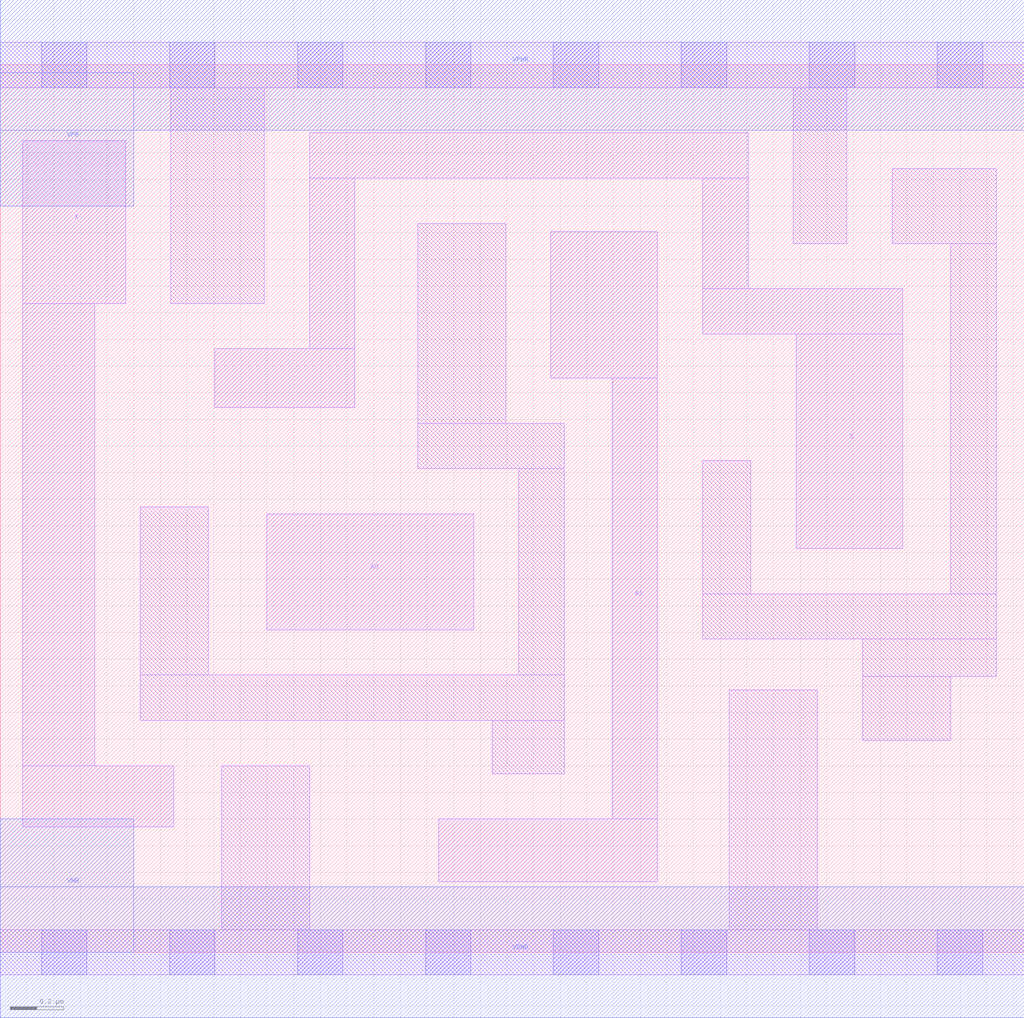
<source format=lef>
# Copyright 2020 The SkyWater PDK Authors
#
# Licensed under the Apache License, Version 2.0 (the "License");
# you may not use this file except in compliance with the License.
# You may obtain a copy of the License at
#
#     https://www.apache.org/licenses/LICENSE-2.0
#
# Unless required by applicable law or agreed to in writing, software
# distributed under the License is distributed on an "AS IS" BASIS,
# WITHOUT WARRANTIES OR CONDITIONS OF ANY KIND, either express or implied.
# See the License for the specific language governing permissions and
# limitations under the License.
#
# SPDX-License-Identifier: Apache-2.0

VERSION 5.5 ;
NAMESCASESENSITIVE ON ;
BUSBITCHARS "[]" ;
DIVIDERCHAR "/" ;
MACRO sky130_fd_sc_lp__mux2_0
  CLASS CORE ;
  SOURCE USER ;
  ORIGIN  0.000000  0.000000 ;
  SIZE  3.840000 BY  3.330000 ;
  SYMMETRY X Y R90 ;
  SITE unit ;
  PIN A0
    ANTENNAGATEAREA  0.126000 ;
    DIRECTION INPUT ;
    USE SIGNAL ;
    PORT
      LAYER li1 ;
        RECT 1.000000 1.210000 1.775000 1.645000 ;
    END
  END A0
  PIN A1
    ANTENNAGATEAREA  0.126000 ;
    DIRECTION INPUT ;
    USE SIGNAL ;
    PORT
      LAYER li1 ;
        RECT 1.645000 0.265000 2.465000 0.500000 ;
        RECT 2.065000 2.155000 2.465000 2.705000 ;
        RECT 2.295000 0.500000 2.465000 2.155000 ;
    END
  END A1
  PIN S
    ANTENNAGATEAREA  0.252000 ;
    DIRECTION INPUT ;
    USE SIGNAL ;
    PORT
      LAYER li1 ;
        RECT 0.805000 2.045000 1.330000 2.265000 ;
        RECT 1.160000 2.265000 1.330000 2.905000 ;
        RECT 1.160000 2.905000 2.805000 3.075000 ;
        RECT 2.635000 2.320000 3.385000 2.490000 ;
        RECT 2.635000 2.490000 2.805000 2.905000 ;
        RECT 2.985000 1.515000 3.385000 2.320000 ;
    END
  END S
  PIN X
    ANTENNADIFFAREA  0.289300 ;
    DIRECTION OUTPUT ;
    USE SIGNAL ;
    PORT
      LAYER li1 ;
        RECT 0.085000 0.470000 0.650000 0.700000 ;
        RECT 0.085000 0.700000 0.355000 2.435000 ;
        RECT 0.085000 2.435000 0.470000 3.045000 ;
    END
  END X
  PIN VGND
    DIRECTION INOUT ;
    USE GROUND ;
    PORT
      LAYER met1 ;
        RECT 0.000000 -0.245000 3.840000 0.245000 ;
    END
  END VGND
  PIN VNB
    DIRECTION INOUT ;
    USE GROUND ;
    PORT
      LAYER met1 ;
        RECT 0.000000 0.000000 0.500000 0.500000 ;
    END
  END VNB
  PIN VPB
    DIRECTION INOUT ;
    USE POWER ;
    PORT
      LAYER met1 ;
        RECT 0.000000 2.800000 0.500000 3.300000 ;
    END
  END VPB
  PIN VPWR
    DIRECTION INOUT ;
    USE POWER ;
    PORT
      LAYER met1 ;
        RECT 0.000000 3.085000 3.840000 3.575000 ;
    END
  END VPWR
  OBS
    LAYER li1 ;
      RECT 0.000000 -0.085000 3.840000 0.085000 ;
      RECT 0.000000  3.245000 3.840000 3.415000 ;
      RECT 0.525000  0.870000 2.115000 1.040000 ;
      RECT 0.525000  1.040000 0.780000 1.670000 ;
      RECT 0.640000  2.435000 0.990000 3.245000 ;
      RECT 0.830000  0.085000 1.160000 0.700000 ;
      RECT 1.565000  1.815000 2.115000 1.985000 ;
      RECT 1.565000  1.985000 1.895000 2.735000 ;
      RECT 1.845000  0.670000 2.115000 0.870000 ;
      RECT 1.945000  1.040000 2.115000 1.815000 ;
      RECT 2.635000  1.175000 3.735000 1.345000 ;
      RECT 2.635000  1.345000 2.815000 1.845000 ;
      RECT 2.735000  0.085000 3.065000 0.985000 ;
      RECT 2.975000  2.660000 3.175000 3.245000 ;
      RECT 3.235000  0.795000 3.565000 1.035000 ;
      RECT 3.235000  1.035000 3.735000 1.175000 ;
      RECT 3.345000  2.660000 3.735000 2.940000 ;
      RECT 3.565000  1.345000 3.735000 2.660000 ;
    LAYER mcon ;
      RECT 0.155000 -0.085000 0.325000 0.085000 ;
      RECT 0.155000  3.245000 0.325000 3.415000 ;
      RECT 0.635000 -0.085000 0.805000 0.085000 ;
      RECT 0.635000  3.245000 0.805000 3.415000 ;
      RECT 1.115000 -0.085000 1.285000 0.085000 ;
      RECT 1.115000  3.245000 1.285000 3.415000 ;
      RECT 1.595000 -0.085000 1.765000 0.085000 ;
      RECT 1.595000  3.245000 1.765000 3.415000 ;
      RECT 2.075000 -0.085000 2.245000 0.085000 ;
      RECT 2.075000  3.245000 2.245000 3.415000 ;
      RECT 2.555000 -0.085000 2.725000 0.085000 ;
      RECT 2.555000  3.245000 2.725000 3.415000 ;
      RECT 3.035000 -0.085000 3.205000 0.085000 ;
      RECT 3.035000  3.245000 3.205000 3.415000 ;
      RECT 3.515000 -0.085000 3.685000 0.085000 ;
      RECT 3.515000  3.245000 3.685000 3.415000 ;
  END
END sky130_fd_sc_lp__mux2_0
END LIBRARY

</source>
